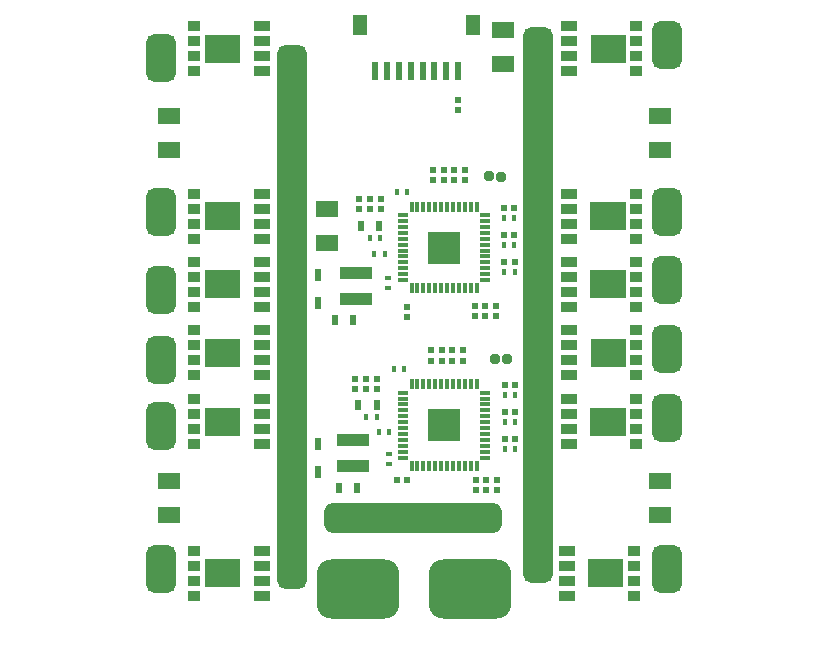
<source format=gbr>
%TF.GenerationSoftware,Altium Limited,Altium Designer,20.2.3 (150)*%
G04 Layer_Color=8421504*
%FSLAX26Y26*%
%MOIN*%
%TF.SameCoordinates,1E0D65CC-F0FE-4DFC-A0D5-6D9DD74121E6*%
%TF.FilePolarity,Positive*%
%TF.FileFunction,Paste,Top*%
%TF.Part,Single*%
G01*
G75*
%TA.AperFunction,SMDPad,SMDef*%
G04:AMPARAMS|DCode=10|XSize=98.425mil|YSize=1811.024mil|CornerRadius=24.606mil|HoleSize=0mil|Usage=FLASHONLY|Rotation=0.000|XOffset=0mil|YOffset=0mil|HoleType=Round|Shape=RoundedRectangle|*
%AMROUNDEDRECTD10*
21,1,0.098425,1.761811,0,0,0.0*
21,1,0.049213,1.811024,0,0,0.0*
1,1,0.049213,0.024606,-0.880905*
1,1,0.049213,-0.024606,-0.880905*
1,1,0.049213,-0.024606,0.880905*
1,1,0.049213,0.024606,0.880905*
%
%ADD10ROUNDEDRECTD10*%
G04:AMPARAMS|DCode=11|XSize=98.425mil|YSize=590.551mil|CornerRadius=24.606mil|HoleSize=0mil|Usage=FLASHONLY|Rotation=90.000|XOffset=0mil|YOffset=0mil|HoleType=Round|Shape=RoundedRectangle|*
%AMROUNDEDRECTD11*
21,1,0.098425,0.541339,0,0,90.0*
21,1,0.049213,0.590551,0,0,90.0*
1,1,0.049213,0.270669,0.024606*
1,1,0.049213,0.270669,-0.024606*
1,1,0.049213,-0.270669,-0.024606*
1,1,0.049213,-0.270669,0.024606*
%
%ADD11ROUNDEDRECTD11*%
%TA.AperFunction,SMDPad,CuDef*%
%ADD12R,0.023622X0.021260*%
%ADD13R,0.075197X0.053937*%
%TA.AperFunction,SMDPad,SMDef*%
G04:AMPARAMS|DCode=14|XSize=98.425mil|YSize=157.48mil|CornerRadius=24.606mil|HoleSize=0mil|Usage=FLASHONLY|Rotation=180.000|XOffset=0mil|YOffset=0mil|HoleType=Round|Shape=RoundedRectangle|*
%AMROUNDEDRECTD14*
21,1,0.098425,0.108268,0,0,180.0*
21,1,0.049213,0.157480,0,0,180.0*
1,1,0.049213,-0.024606,0.054134*
1,1,0.049213,0.024606,0.054134*
1,1,0.049213,0.024606,-0.054134*
1,1,0.049213,-0.024606,-0.054134*
%
%ADD14ROUNDEDRECTD14*%
G04:AMPARAMS|DCode=15|XSize=31.496mil|YSize=31.496mil|CornerRadius=7.874mil|HoleSize=0mil|Usage=FLASHONLY|Rotation=90.000|XOffset=0mil|YOffset=0mil|HoleType=Round|Shape=RoundedRectangle|*
%AMROUNDEDRECTD15*
21,1,0.031496,0.015748,0,0,90.0*
21,1,0.015748,0.031496,0,0,90.0*
1,1,0.015748,0.007874,0.007874*
1,1,0.015748,0.007874,-0.007874*
1,1,0.015748,-0.007874,-0.007874*
1,1,0.015748,-0.007874,0.007874*
%
%ADD15ROUNDEDRECTD15*%
%TA.AperFunction,SMDPad,CuDef*%
%ADD16R,0.020000X0.036614*%
%ADD18R,0.041339X0.033465*%
%ADD19R,0.057087X0.033465*%
%TA.AperFunction,SMDPad,SMDef*%
G04:AMPARAMS|DCode=20|XSize=98.425mil|YSize=1850.394mil|CornerRadius=24.606mil|HoleSize=0mil|Usage=FLASHONLY|Rotation=0.000|XOffset=0mil|YOffset=0mil|HoleType=Round|Shape=RoundedRectangle|*
%AMROUNDEDRECTD20*
21,1,0.098425,1.801181,0,0,0.0*
21,1,0.049213,1.850394,0,0,0.0*
1,1,0.049213,0.024606,-0.900591*
1,1,0.049213,-0.024606,-0.900591*
1,1,0.049213,-0.024606,0.900591*
1,1,0.049213,0.024606,0.900591*
%
%ADD20ROUNDEDRECTD20*%
G04:AMPARAMS|DCode=21|XSize=196.85mil|YSize=275.591mil|CornerRadius=49.213mil|HoleSize=0mil|Usage=FLASHONLY|Rotation=90.000|XOffset=0mil|YOffset=0mil|HoleType=Round|Shape=RoundedRectangle|*
%AMROUNDEDRECTD21*
21,1,0.196850,0.177165,0,0,90.0*
21,1,0.098425,0.275591,0,0,90.0*
1,1,0.098425,0.088583,0.049213*
1,1,0.098425,0.088583,-0.049213*
1,1,0.098425,-0.088583,-0.049213*
1,1,0.098425,-0.088583,0.049213*
%
%ADD21ROUNDEDRECTD21*%
%TA.AperFunction,SMDPad,CuDef*%
%ADD22R,0.047244X0.070866*%
%ADD23R,0.023622X0.061024*%
%ADD24R,0.016000X0.023622*%
%ADD25R,0.033465X0.011811*%
%ADD26R,0.011811X0.033465*%
%ADD27R,0.106299X0.106299*%
%ADD28R,0.106000X0.039000*%
%ADD29R,0.019685X0.041339*%
%ADD30R,0.023622X0.016000*%
%ADD31R,0.021260X0.023622*%
G36*
X471417Y373693D02*
X588740D01*
Y280307D01*
X471417D01*
Y373693D01*
D02*
G37*
G36*
X471417Y878693D02*
X588740D01*
Y785307D01*
X471417D01*
Y878693D01*
D02*
G37*
G36*
Y1107693D02*
X588740D01*
Y1014307D01*
X471417D01*
Y1107693D01*
D02*
G37*
G36*
X1865315Y280307D02*
X1747992D01*
Y373693D01*
X1865315D01*
Y280307D01*
D02*
G37*
G36*
X1873315Y785307D02*
X1755992D01*
Y878693D01*
X1873315D01*
Y785307D01*
D02*
G37*
G36*
X1873583Y1014307D02*
X1756260D01*
Y1107693D01*
X1873583D01*
Y1014307D01*
D02*
G37*
G36*
X471417Y1335693D02*
X588740D01*
Y1242307D01*
X471417D01*
Y1335693D01*
D02*
G37*
G36*
Y1563693D02*
X588740D01*
Y1470307D01*
X471417D01*
Y1563693D01*
D02*
G37*
G36*
Y2120693D02*
X588740D01*
Y2027307D01*
X471417D01*
Y2120693D01*
D02*
G37*
G36*
X1873315Y1242307D02*
X1755992D01*
Y1335693D01*
X1873315D01*
Y1242307D01*
D02*
G37*
G36*
Y1470307D02*
X1755992D01*
Y1563693D01*
X1873315D01*
Y1470307D01*
D02*
G37*
G36*
X1873583Y2027307D02*
X1756260D01*
Y2120693D01*
X1873583D01*
Y2027307D01*
D02*
G37*
D10*
X760000Y1181102D02*
D03*
D11*
X1165000Y511000D02*
D03*
D12*
X1316000Y1868992D02*
D03*
Y1903008D02*
D03*
X1441000Y1183992D02*
D03*
Y1218008D02*
D03*
X1371000Y1218016D02*
D03*
Y1184000D02*
D03*
X986000Y1540984D02*
D03*
Y1575000D02*
D03*
X1058000Y1575008D02*
D03*
Y1540992D02*
D03*
X1302000Y1671000D02*
D03*
Y1636984D02*
D03*
X1232000Y1636992D02*
D03*
Y1671008D02*
D03*
X1337000D02*
D03*
Y1636992D02*
D03*
X1406000Y1218008D02*
D03*
Y1183992D02*
D03*
X1022000Y1575008D02*
D03*
Y1540992D02*
D03*
X1267000Y1636992D02*
D03*
Y1671008D02*
D03*
X1144000Y1180992D02*
D03*
Y1215008D02*
D03*
X1443000Y602992D02*
D03*
Y637008D02*
D03*
X1373000D02*
D03*
Y602992D02*
D03*
X972000Y939992D02*
D03*
Y974008D02*
D03*
X1043000D02*
D03*
Y939992D02*
D03*
X1296000Y1069008D02*
D03*
Y1034992D02*
D03*
X1226000D02*
D03*
Y1069008D02*
D03*
X1331000D02*
D03*
Y1034992D02*
D03*
X1408000Y637008D02*
D03*
Y602992D02*
D03*
X1007000Y974008D02*
D03*
Y939992D02*
D03*
X1261000Y1034992D02*
D03*
Y1069008D02*
D03*
D13*
X1987000Y1849945D02*
D03*
Y1738055D02*
D03*
X351000Y1849945D02*
D03*
Y1738055D02*
D03*
Y632945D02*
D03*
Y521055D02*
D03*
X1987000Y632945D02*
D03*
Y521055D02*
D03*
X1464000Y2136945D02*
D03*
Y2025055D02*
D03*
X877000Y1538945D02*
D03*
Y1427055D02*
D03*
D14*
X325000Y2045000D02*
D03*
Y339000D02*
D03*
Y816000D02*
D03*
Y1037000D02*
D03*
Y1270000D02*
D03*
Y1532000D02*
D03*
X2012000Y2088000D02*
D03*
Y1532000D02*
D03*
Y1304000D02*
D03*
Y339000D02*
D03*
Y843000D02*
D03*
Y1073000D02*
D03*
D15*
X1459275Y1648338D02*
D03*
X1417000Y1649000D02*
D03*
X1439000Y1040000D02*
D03*
X1479000D02*
D03*
D16*
X1052315Y1484000D02*
D03*
X991685D02*
D03*
X1043315Y888000D02*
D03*
X982685D02*
D03*
X965315Y1171000D02*
D03*
X904685D02*
D03*
X979315Y612000D02*
D03*
X918685D02*
D03*
D18*
X435590Y986000D02*
D03*
Y1036000D02*
D03*
Y1086000D02*
D03*
Y1136000D02*
D03*
Y757000D02*
D03*
Y807000D02*
D03*
Y857000D02*
D03*
Y907000D02*
D03*
X435591Y252000D02*
D03*
Y302000D02*
D03*
Y352000D02*
D03*
Y402000D02*
D03*
X1909409Y986000D02*
D03*
Y1036000D02*
D03*
Y1086000D02*
D03*
Y1136000D02*
D03*
X435590Y1364000D02*
D03*
Y1314000D02*
D03*
Y1264000D02*
D03*
Y1214000D02*
D03*
Y1592000D02*
D03*
Y1542000D02*
D03*
Y1492000D02*
D03*
Y1442000D02*
D03*
Y2149000D02*
D03*
Y2099000D02*
D03*
Y2049000D02*
D03*
Y1999000D02*
D03*
X1909142Y1214000D02*
D03*
Y1264000D02*
D03*
Y1314000D02*
D03*
Y1364000D02*
D03*
Y1442000D02*
D03*
Y1492000D02*
D03*
Y1542000D02*
D03*
Y1592000D02*
D03*
X1909409Y1999000D02*
D03*
Y2049000D02*
D03*
Y2099000D02*
D03*
Y2149000D02*
D03*
X1901142Y252000D02*
D03*
Y302000D02*
D03*
Y352000D02*
D03*
Y402000D02*
D03*
X1909142Y757000D02*
D03*
Y807000D02*
D03*
Y857000D02*
D03*
Y907000D02*
D03*
D19*
X660000Y1136000D02*
D03*
Y1086000D02*
D03*
Y1036000D02*
D03*
Y986000D02*
D03*
Y907000D02*
D03*
Y857000D02*
D03*
Y807000D02*
D03*
Y757000D02*
D03*
X660000Y402000D02*
D03*
Y352000D02*
D03*
Y302000D02*
D03*
Y252000D02*
D03*
X1685000Y1136000D02*
D03*
Y1086000D02*
D03*
Y1036000D02*
D03*
Y986000D02*
D03*
X660000Y1214000D02*
D03*
Y1264000D02*
D03*
Y1314000D02*
D03*
Y1364000D02*
D03*
Y1442000D02*
D03*
Y1492000D02*
D03*
Y1542000D02*
D03*
Y1592000D02*
D03*
Y1999000D02*
D03*
Y2049000D02*
D03*
Y2099000D02*
D03*
Y2149000D02*
D03*
X1684732Y1364000D02*
D03*
Y1314000D02*
D03*
Y1264000D02*
D03*
Y1214000D02*
D03*
Y1592000D02*
D03*
Y1542000D02*
D03*
Y1492000D02*
D03*
Y1442000D02*
D03*
X1685000Y2149000D02*
D03*
Y2099000D02*
D03*
Y2049000D02*
D03*
Y1999000D02*
D03*
X1676732Y402000D02*
D03*
Y352000D02*
D03*
Y302000D02*
D03*
Y252000D02*
D03*
X1684732Y907000D02*
D03*
Y857000D02*
D03*
Y807000D02*
D03*
Y757000D02*
D03*
D20*
X1580000Y1220472D02*
D03*
D21*
X980000Y275000D02*
D03*
X1356000D02*
D03*
D22*
X987598Y2152559D02*
D03*
X1365551D02*
D03*
D23*
X1314370Y2000000D02*
D03*
X1275000D02*
D03*
X1235630D02*
D03*
X1196260D02*
D03*
X1156890D02*
D03*
X1117520D02*
D03*
X1078150D02*
D03*
X1038780D02*
D03*
D24*
X1021992Y1443000D02*
D03*
X1056008D02*
D03*
X1035992Y1390000D02*
D03*
X1070008D02*
D03*
X1111992Y1596000D02*
D03*
X1146008D02*
D03*
X1502008Y1510000D02*
D03*
X1467992D02*
D03*
X1502008Y1419000D02*
D03*
X1467992D02*
D03*
X1503008Y1329000D02*
D03*
X1468992D02*
D03*
X1008992Y847000D02*
D03*
X1043008D02*
D03*
X1050992Y797000D02*
D03*
X1085008D02*
D03*
X1099992Y1007000D02*
D03*
X1134008D02*
D03*
X1504008Y919000D02*
D03*
X1469992D02*
D03*
X1504008Y830000D02*
D03*
X1469992D02*
D03*
X1504008Y740000D02*
D03*
X1469992D02*
D03*
D25*
X1132173Y1520094D02*
D03*
Y1500409D02*
D03*
Y1480724D02*
D03*
Y1461039D02*
D03*
Y1441354D02*
D03*
Y1421669D02*
D03*
Y1401984D02*
D03*
Y1382299D02*
D03*
Y1362614D02*
D03*
Y1342929D02*
D03*
Y1323244D02*
D03*
Y1303559D02*
D03*
X1403827D02*
D03*
Y1323244D02*
D03*
Y1342929D02*
D03*
Y1362614D02*
D03*
Y1382299D02*
D03*
Y1401984D02*
D03*
Y1421669D02*
D03*
Y1441354D02*
D03*
Y1461039D02*
D03*
Y1480724D02*
D03*
Y1500409D02*
D03*
Y1520094D02*
D03*
X1132173Y928268D02*
D03*
Y908583D02*
D03*
Y888898D02*
D03*
Y869213D02*
D03*
Y849528D02*
D03*
Y829842D02*
D03*
Y810158D02*
D03*
Y790472D02*
D03*
Y770787D02*
D03*
Y751102D02*
D03*
Y731417D02*
D03*
Y711732D02*
D03*
X1403827D02*
D03*
Y731417D02*
D03*
Y751102D02*
D03*
Y770787D02*
D03*
Y790472D02*
D03*
Y810158D02*
D03*
Y829842D02*
D03*
Y849528D02*
D03*
Y869213D02*
D03*
Y888898D02*
D03*
Y908583D02*
D03*
Y928268D02*
D03*
D26*
X1159732Y1276000D02*
D03*
X1179417D02*
D03*
X1199102D02*
D03*
X1218787D02*
D03*
X1238472D02*
D03*
X1258158D02*
D03*
X1277842D02*
D03*
X1297528D02*
D03*
X1317213D02*
D03*
X1336898D02*
D03*
X1356583D02*
D03*
X1376268D02*
D03*
Y1547654D02*
D03*
X1356583D02*
D03*
X1336898D02*
D03*
X1317213D02*
D03*
X1297528D02*
D03*
X1277842D02*
D03*
X1258158D02*
D03*
X1238472D02*
D03*
X1218787D02*
D03*
X1199102D02*
D03*
X1179417D02*
D03*
X1159732D02*
D03*
Y684173D02*
D03*
X1179417D02*
D03*
X1199102D02*
D03*
X1218787D02*
D03*
X1238472D02*
D03*
X1258158D02*
D03*
X1277842D02*
D03*
X1297528D02*
D03*
X1317213D02*
D03*
X1336898D02*
D03*
X1356583D02*
D03*
X1376268D02*
D03*
Y955827D02*
D03*
X1356583D02*
D03*
X1336898D02*
D03*
X1317213D02*
D03*
X1297528D02*
D03*
X1277842D02*
D03*
X1258158D02*
D03*
X1238472D02*
D03*
X1218787D02*
D03*
X1199102D02*
D03*
X1179417D02*
D03*
X1159732D02*
D03*
D27*
X1268000Y1411827D02*
D03*
Y820000D02*
D03*
D28*
X974000Y1326000D02*
D03*
Y1240000D02*
D03*
X965000Y770000D02*
D03*
Y684000D02*
D03*
D29*
X849385Y1320366D02*
D03*
Y1227059D02*
D03*
X847000Y755654D02*
D03*
Y662346D02*
D03*
D30*
X1082000Y1276992D02*
D03*
Y1311008D02*
D03*
X1084000Y690992D02*
D03*
Y725008D02*
D03*
D31*
X1503008Y1364000D02*
D03*
X1468992D02*
D03*
X1502008Y1454000D02*
D03*
X1467992D02*
D03*
X1502008Y1545000D02*
D03*
X1467992D02*
D03*
X1111992Y636000D02*
D03*
X1146008D02*
D03*
X1504008Y775000D02*
D03*
X1469992D02*
D03*
X1504008Y865000D02*
D03*
X1469992D02*
D03*
X1504008Y954000D02*
D03*
X1469992D02*
D03*
%TF.MD5,7869a4cc2f004b778f26cd56858f0883*%
M02*

</source>
